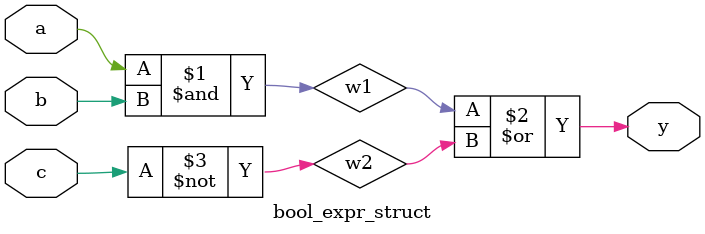
<source format=v>
`timescale 1ns / 1ps
module bool_expr_struct(input a, input b, input c, output y); 
    wire w1, w2; 
    
    and (w1, a, b); 
    not (w2, c); 
    or (y, w1, w2); 
endmodule

</source>
